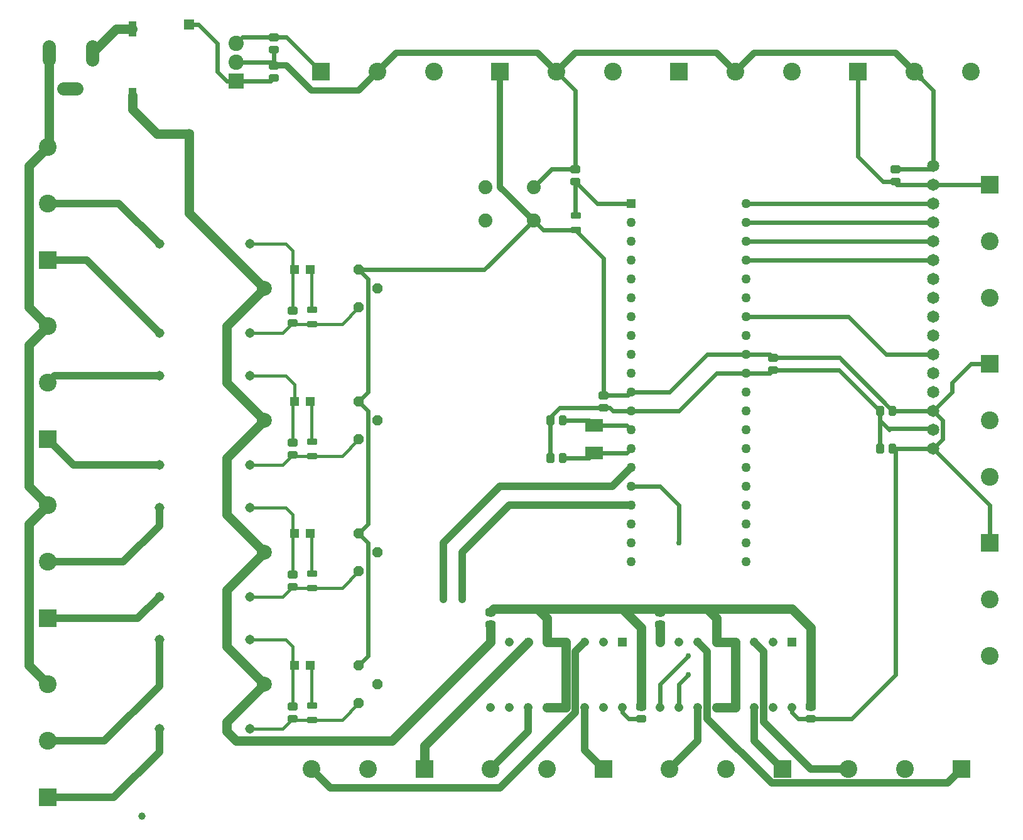
<source format=gbr>
G04 EAGLE Gerber RS-274X export*
G75*
%MOMM*%
%FSLAX34Y34*%
%LPD*%
%INTop Copper*%
%IPPOS*%
%AMOC8*
5,1,8,0,0,1.08239X$1,22.5*%
G01*
%ADD10C,0.504000*%
%ADD11R,1.358000X1.358000*%
%ADD12C,1.358000*%
%ADD13R,1.268000X1.268000*%
%ADD14C,1.268000*%
%ADD15R,2.055000X2.055000*%
%ADD16C,2.055000*%
%ADD17R,1.208000X1.208000*%
%ADD18C,1.208000*%
%ADD19C,1.800000*%
%ADD20C,2.010000*%
%ADD21C,1.308000*%
%ADD22R,1.200000X1.200000*%
%ADD23P,1.429621X8X22.500000*%
%ADD24C,0.443700*%
%ADD25R,1.092200X2.006600*%
%ADD26C,1.879600*%
%ADD27R,2.400000X2.400000*%
%ADD28C,2.400000*%
%ADD29R,2.400000X1.700000*%
%ADD30C,1.650000*%
%ADD31C,1.000000*%
%ADD32C,0.609600*%
%ADD33C,0.406400*%
%ADD34C,0.812800*%
%ADD35C,1.270000*%
%ADD36C,1.016000*%
%ADD37C,0.756400*%


D10*
X389320Y903270D02*
X389320Y908730D01*
X398080Y908730D01*
X398080Y903270D01*
X389320Y903270D01*
X389320Y908058D02*
X398080Y908058D01*
X398080Y920070D02*
X398080Y925530D01*
X398080Y920070D02*
X389320Y920070D01*
X389320Y925530D01*
X398080Y925530D01*
X398080Y924858D02*
X389320Y924858D01*
X414720Y400730D02*
X414720Y395270D01*
X414720Y400730D02*
X423480Y400730D01*
X423480Y395270D01*
X414720Y395270D01*
X414720Y400058D02*
X423480Y400058D01*
X423480Y412070D02*
X423480Y417530D01*
X423480Y412070D02*
X414720Y412070D01*
X414720Y417530D01*
X423480Y417530D01*
X423480Y416858D02*
X414720Y416858D01*
X1224870Y402020D02*
X1230330Y402020D01*
X1224870Y402020D02*
X1224870Y410780D01*
X1230330Y410780D01*
X1230330Y402020D01*
X1230330Y406808D02*
X1224870Y406808D01*
X1213530Y410780D02*
X1208070Y410780D01*
X1213530Y410780D02*
X1213530Y402020D01*
X1208070Y402020D01*
X1208070Y410780D01*
X1208070Y406808D02*
X1213530Y406808D01*
X1224870Y452820D02*
X1230330Y452820D01*
X1224870Y452820D02*
X1224870Y461580D01*
X1230330Y461580D01*
X1230330Y452820D01*
X1230330Y457608D02*
X1224870Y457608D01*
X1213530Y461580D02*
X1208070Y461580D01*
X1213530Y461580D02*
X1213530Y452820D01*
X1208070Y452820D01*
X1208070Y461580D01*
X1208070Y457608D02*
X1213530Y457608D01*
X414720Y222930D02*
X414720Y217470D01*
X414720Y222930D02*
X423480Y222930D01*
X423480Y217470D01*
X414720Y217470D01*
X414720Y222258D02*
X423480Y222258D01*
X423480Y234270D02*
X423480Y239730D01*
X423480Y234270D02*
X414720Y234270D01*
X414720Y239730D01*
X423480Y239730D01*
X423480Y239058D02*
X414720Y239058D01*
X1113220Y45130D02*
X1113220Y39670D01*
X1113220Y45130D02*
X1121980Y45130D01*
X1121980Y39670D01*
X1113220Y39670D01*
X1113220Y44458D02*
X1121980Y44458D01*
X1121980Y56470D02*
X1121980Y61930D01*
X1121980Y56470D02*
X1113220Y56470D01*
X1113220Y61930D01*
X1121980Y61930D01*
X1121980Y61258D02*
X1113220Y61258D01*
X893380Y61930D02*
X893380Y56470D01*
X884620Y56470D01*
X884620Y61930D01*
X893380Y61930D01*
X893380Y61258D02*
X884620Y61258D01*
X884620Y45130D02*
X884620Y39670D01*
X884620Y45130D02*
X893380Y45130D01*
X893380Y39670D01*
X884620Y39670D01*
X884620Y44458D02*
X893380Y44458D01*
X690180Y183470D02*
X690180Y188930D01*
X690180Y183470D02*
X681420Y183470D01*
X681420Y188930D01*
X690180Y188930D01*
X690180Y188258D02*
X681420Y188258D01*
X681420Y172130D02*
X681420Y166670D01*
X681420Y172130D02*
X690180Y172130D01*
X690180Y166670D01*
X681420Y166670D01*
X681420Y171458D02*
X690180Y171458D01*
X918780Y183470D02*
X918780Y188930D01*
X918780Y183470D02*
X910020Y183470D01*
X910020Y188930D01*
X918780Y188930D01*
X918780Y188258D02*
X910020Y188258D01*
X910020Y172130D02*
X910020Y166670D01*
X910020Y172130D02*
X918780Y172130D01*
X918780Y166670D01*
X910020Y166670D01*
X910020Y171458D02*
X918780Y171458D01*
X1227520Y763570D02*
X1227520Y769030D01*
X1236280Y769030D01*
X1236280Y763570D01*
X1227520Y763570D01*
X1227520Y768358D02*
X1236280Y768358D01*
X1236280Y780370D02*
X1236280Y785830D01*
X1236280Y780370D02*
X1227520Y780370D01*
X1227520Y785830D01*
X1236280Y785830D01*
X1236280Y785158D02*
X1227520Y785158D01*
X398080Y958170D02*
X398080Y963630D01*
X398080Y958170D02*
X389320Y958170D01*
X389320Y963630D01*
X398080Y963630D01*
X398080Y962958D02*
X389320Y962958D01*
X389320Y946830D02*
X389320Y941370D01*
X389320Y946830D02*
X398080Y946830D01*
X398080Y941370D01*
X389320Y941370D01*
X389320Y946158D02*
X398080Y946158D01*
X763570Y398080D02*
X769030Y398080D01*
X769030Y389320D01*
X763570Y389320D01*
X763570Y398080D01*
X763570Y394108D02*
X769030Y394108D01*
X780370Y389320D02*
X785830Y389320D01*
X780370Y389320D02*
X780370Y398080D01*
X785830Y398080D01*
X785830Y389320D01*
X785830Y394108D02*
X780370Y394108D01*
X769030Y448880D02*
X763570Y448880D01*
X769030Y448880D02*
X769030Y440120D01*
X763570Y440120D01*
X763570Y448880D01*
X763570Y444908D02*
X769030Y444908D01*
X780370Y440120D02*
X785830Y440120D01*
X780370Y440120D02*
X780370Y448880D01*
X785830Y448880D01*
X785830Y440120D01*
X785830Y444908D02*
X780370Y444908D01*
X804480Y780370D02*
X804480Y785830D01*
X804480Y780370D02*
X795720Y780370D01*
X795720Y785830D01*
X804480Y785830D01*
X804480Y785158D02*
X795720Y785158D01*
X795720Y769030D02*
X795720Y763570D01*
X795720Y769030D02*
X804480Y769030D01*
X804480Y763570D01*
X795720Y763570D01*
X795720Y768358D02*
X804480Y768358D01*
X1071180Y531830D02*
X1071180Y526370D01*
X1062420Y526370D01*
X1062420Y531830D01*
X1071180Y531830D01*
X1071180Y531158D02*
X1062420Y531158D01*
X1062420Y515030D02*
X1062420Y509570D01*
X1062420Y515030D02*
X1071180Y515030D01*
X1071180Y509570D01*
X1062420Y509570D01*
X1062420Y514358D02*
X1071180Y514358D01*
X842580Y481030D02*
X842580Y475570D01*
X833820Y475570D01*
X833820Y481030D01*
X842580Y481030D01*
X842580Y480358D02*
X833820Y480358D01*
X833820Y464230D02*
X833820Y458770D01*
X833820Y464230D02*
X842580Y464230D01*
X842580Y458770D01*
X833820Y458770D01*
X833820Y463558D02*
X842580Y463558D01*
X414720Y573070D02*
X414720Y578530D01*
X423480Y578530D01*
X423480Y573070D01*
X414720Y573070D01*
X414720Y577858D02*
X423480Y577858D01*
X423480Y589870D02*
X423480Y595330D01*
X423480Y589870D02*
X414720Y589870D01*
X414720Y595330D01*
X423480Y595330D01*
X423480Y594658D02*
X414720Y594658D01*
X414720Y45130D02*
X414720Y39670D01*
X414720Y45130D02*
X423480Y45130D01*
X423480Y39670D01*
X414720Y39670D01*
X414720Y44458D02*
X423480Y44458D01*
X423480Y56470D02*
X423480Y61930D01*
X423480Y56470D02*
X414720Y56470D01*
X414720Y61930D01*
X423480Y61930D01*
X423480Y61258D02*
X414720Y61258D01*
D11*
X279400Y977900D03*
D12*
X279400Y830900D03*
D13*
X875020Y736600D03*
D14*
X875020Y711200D03*
X875020Y685800D03*
X875020Y660400D03*
X875020Y635000D03*
X875020Y609600D03*
X875020Y584200D03*
X875020Y558800D03*
X875020Y533400D03*
X875020Y508000D03*
X875020Y482600D03*
X875020Y457200D03*
X875020Y431800D03*
X875020Y406400D03*
X875020Y381000D03*
X875020Y355600D03*
X875020Y330200D03*
X875020Y304800D03*
X875020Y279400D03*
X875020Y254000D03*
X1029980Y254000D03*
X1029980Y279400D03*
X1029980Y304800D03*
X1029980Y330200D03*
X1029980Y355600D03*
X1029980Y381000D03*
X1029980Y406400D03*
X1029980Y431800D03*
X1029980Y457200D03*
X1029980Y482600D03*
X1029980Y508000D03*
X1029980Y533400D03*
X1029980Y558800D03*
X1029980Y584200D03*
X1029980Y609600D03*
X1029980Y635000D03*
X1029980Y660400D03*
X1029980Y685800D03*
X1029980Y711200D03*
X1029980Y736600D03*
D15*
X342900Y901700D03*
D16*
X342900Y927050D03*
X342900Y952400D03*
D17*
X1092200Y145600D03*
D18*
X1066800Y145600D03*
X1041400Y145600D03*
X1016000Y145600D03*
X990600Y145600D03*
X965200Y145600D03*
X939800Y145600D03*
X914400Y145600D03*
X914400Y57600D03*
X939800Y57600D03*
X965200Y57600D03*
X990600Y57600D03*
X1016000Y57600D03*
X1041400Y57600D03*
X1066800Y57600D03*
X1092200Y57600D03*
D17*
X863600Y145600D03*
D18*
X838200Y145600D03*
X812800Y145600D03*
X787400Y145600D03*
X762000Y145600D03*
X736600Y145600D03*
X711200Y145600D03*
X685800Y145600D03*
X685800Y57600D03*
X711200Y57600D03*
X736600Y57600D03*
X762000Y57600D03*
X787400Y57600D03*
X812800Y57600D03*
X838200Y57600D03*
X863600Y57600D03*
D19*
X90700Y930800D02*
X90700Y948800D01*
X148700Y948800D02*
X148700Y930800D01*
X127700Y891800D02*
X109700Y891800D01*
D20*
X381000Y622300D03*
D21*
X361000Y562300D03*
X361000Y682300D03*
X239000Y562300D03*
X239000Y682300D03*
D20*
X381000Y88900D03*
D21*
X361000Y28900D03*
X361000Y148900D03*
X239000Y28900D03*
X239000Y148900D03*
D20*
X381000Y444500D03*
D21*
X361000Y384500D03*
X361000Y504500D03*
X239000Y384500D03*
X239000Y504500D03*
D20*
X381000Y266700D03*
D21*
X361000Y206700D03*
X361000Y326700D03*
X239000Y206700D03*
X239000Y326700D03*
D22*
X421300Y647700D03*
X442300Y647700D03*
X421300Y114300D03*
X442300Y114300D03*
X421300Y292100D03*
X442300Y292100D03*
X421300Y469900D03*
X442300Y469900D03*
D23*
X508000Y596900D03*
X533400Y622300D03*
X508000Y647700D03*
X508000Y63500D03*
X533400Y88900D03*
X508000Y114300D03*
X508000Y419100D03*
X533400Y444500D03*
X508000Y469900D03*
X508000Y241300D03*
X533400Y266700D03*
X508000Y292100D03*
D24*
X795218Y699318D02*
X795218Y703582D01*
X804982Y703582D01*
X804982Y699318D01*
X795218Y699318D01*
X795218Y703533D02*
X804982Y703533D01*
X804982Y718818D02*
X804982Y723082D01*
X804982Y718818D02*
X795218Y718818D01*
X795218Y723082D01*
X804982Y723082D01*
X804982Y723033D02*
X795218Y723033D01*
X449382Y596082D02*
X449382Y591818D01*
X439618Y591818D01*
X439618Y596082D01*
X449382Y596082D01*
X449382Y596033D02*
X439618Y596033D01*
X439618Y576582D02*
X439618Y572318D01*
X439618Y576582D02*
X449382Y576582D01*
X449382Y572318D01*
X439618Y572318D01*
X439618Y576533D02*
X449382Y576533D01*
X449382Y62682D02*
X449382Y58418D01*
X439618Y58418D01*
X439618Y62682D01*
X449382Y62682D01*
X449382Y62633D02*
X439618Y62633D01*
X439618Y43182D02*
X439618Y38918D01*
X439618Y43182D02*
X449382Y43182D01*
X449382Y38918D01*
X439618Y38918D01*
X439618Y43133D02*
X449382Y43133D01*
X449382Y236218D02*
X449382Y240482D01*
X449382Y236218D02*
X439618Y236218D01*
X439618Y240482D01*
X449382Y240482D01*
X449382Y240433D02*
X439618Y240433D01*
X439618Y220982D02*
X439618Y216718D01*
X439618Y220982D02*
X449382Y220982D01*
X449382Y216718D01*
X439618Y216718D01*
X439618Y220933D02*
X449382Y220933D01*
X449382Y414018D02*
X449382Y418282D01*
X449382Y414018D02*
X439618Y414018D01*
X439618Y418282D01*
X449382Y418282D01*
X449382Y418233D02*
X439618Y418233D01*
X439618Y398782D02*
X439618Y394518D01*
X439618Y398782D02*
X449382Y398782D01*
X449382Y394518D01*
X439618Y394518D01*
X439618Y398733D02*
X449382Y398733D01*
D25*
X203200Y882142D03*
X203200Y972058D03*
D26*
X743712Y713994D03*
X678688Y713994D03*
X743712Y759206D03*
X678688Y759206D03*
D27*
X1320800Y-25400D03*
D28*
X1244600Y-25400D03*
X1168400Y-25400D03*
D27*
X1079500Y-25400D03*
D28*
X1003300Y-25400D03*
X927100Y-25400D03*
D27*
X596900Y-25400D03*
D28*
X520700Y-25400D03*
X444500Y-25400D03*
D27*
X838200Y-25400D03*
D28*
X762000Y-25400D03*
X685800Y-25400D03*
D27*
X939800Y914400D03*
D28*
X1016000Y914400D03*
X1092200Y914400D03*
D27*
X698500Y914400D03*
D28*
X774700Y914400D03*
X850900Y914400D03*
D27*
X1181100Y914400D03*
D28*
X1257300Y914400D03*
X1333500Y914400D03*
D27*
X457200Y914400D03*
D28*
X533400Y914400D03*
X609600Y914400D03*
D27*
X88900Y177800D03*
D28*
X88900Y254000D03*
X88900Y330200D03*
D27*
X88900Y-63500D03*
D28*
X88900Y12700D03*
X88900Y88900D03*
D27*
X88900Y419100D03*
D28*
X88900Y495300D03*
X88900Y571500D03*
D27*
X88900Y660400D03*
D28*
X88900Y736600D03*
X88900Y812800D03*
D29*
X825500Y400600D03*
X825500Y437600D03*
D27*
X1358900Y762000D03*
D28*
X1358900Y685800D03*
X1358900Y609600D03*
D27*
X1358900Y520700D03*
D28*
X1358900Y444500D03*
X1358900Y368300D03*
D27*
X1358900Y279400D03*
D28*
X1358900Y203200D03*
X1358900Y127000D03*
D30*
X1282700Y406400D03*
X1282700Y431800D03*
X1282700Y457200D03*
X1282700Y482600D03*
X1282700Y508000D03*
X1282700Y533400D03*
X1282700Y558800D03*
X1282700Y584200D03*
X1282700Y609600D03*
X1282700Y635000D03*
X1282700Y660400D03*
X1282700Y685800D03*
X1282700Y711200D03*
X1282700Y736600D03*
X1282700Y762000D03*
X1282700Y787400D03*
D31*
X215900Y-88900D03*
D32*
X279400Y977900D02*
X292100Y977900D01*
X317500Y952500D01*
X317500Y914400D01*
X330200Y901700D01*
X342900Y901700D01*
X389400Y901700D02*
X393700Y906000D01*
X389400Y901700D02*
X342900Y901700D01*
X1029980Y584200D02*
X1168400Y584200D01*
X1219200Y533400D01*
X1282700Y533400D01*
D33*
X444500Y289900D02*
X442300Y292100D01*
X444500Y289900D02*
X444500Y238350D01*
D32*
X1210800Y406400D02*
X1210800Y444500D01*
X1210800Y457200D01*
X1062500Y508000D02*
X1029980Y508000D01*
X1062500Y508000D02*
X1066800Y512300D01*
X1155700Y512300D02*
X1210800Y457200D01*
X1155700Y512300D02*
X1066800Y512300D01*
X1221350Y433950D02*
X1223500Y431800D01*
X1221350Y433950D02*
X1210800Y444500D01*
X766300Y444500D02*
X766300Y393700D01*
X838200Y461500D02*
X846600Y461500D01*
X850900Y457200D01*
X875020Y457200D01*
X800100Y783100D02*
X767606Y783100D01*
X743712Y759206D01*
X393700Y922800D02*
X393700Y944100D01*
X389450Y927050D02*
X393700Y922800D01*
X389450Y927050D02*
X342900Y927050D01*
D34*
X1231900Y939800D02*
X1257300Y914400D01*
X1231900Y939800D02*
X1041400Y939800D01*
X1257300Y914400D02*
X1265300Y906400D01*
D33*
X419100Y112100D02*
X419100Y59200D01*
X419100Y112100D02*
X421300Y114300D01*
X419100Y237000D02*
X419100Y289900D01*
X421300Y292100D01*
X419100Y414800D02*
X419100Y467700D01*
X421300Y469900D01*
X421300Y493100D01*
X409900Y504500D02*
X361000Y504500D01*
X409900Y504500D02*
X421300Y493100D01*
X421300Y647700D02*
X420200Y648800D01*
X419100Y649900D01*
X419100Y673100D01*
X409900Y682300D01*
X361000Y682300D01*
X419100Y294300D02*
X421300Y292100D01*
X419100Y317500D02*
X409900Y326700D01*
X361000Y326700D01*
X419100Y317500D02*
X419100Y294300D01*
X419100Y116500D02*
X421300Y114300D01*
X419100Y116500D02*
X419100Y139700D01*
X409900Y148900D01*
X361000Y148900D01*
X419100Y592600D02*
X419100Y647700D01*
X420200Y648800D01*
D35*
X90700Y814600D02*
X90700Y939800D01*
X63500Y114300D02*
X88900Y88900D01*
X63500Y304800D02*
X88900Y330200D01*
X63500Y304800D02*
X63500Y114300D01*
X88900Y330200D02*
X63500Y355600D01*
X63500Y546100D02*
X88900Y571500D01*
X63500Y546100D02*
X63500Y355600D01*
X88900Y571500D02*
X63500Y596900D01*
X63500Y787400D02*
X88900Y812800D01*
X63500Y787400D02*
X63500Y596900D01*
X762000Y57600D02*
X787400Y57600D01*
X990600Y57600D02*
X1016000Y57600D01*
X787400Y145600D02*
X762000Y145600D01*
X990600Y145600D02*
X1016000Y145600D01*
X1016000Y57600D01*
X787400Y57600D02*
X787400Y145600D01*
X762000Y145600D02*
X762000Y177800D01*
X749300Y190500D01*
X990600Y177800D02*
X990600Y145600D01*
X990600Y177800D02*
X977900Y190500D01*
X918700Y190500D01*
X914400Y186200D01*
X749300Y190500D02*
X690100Y190500D01*
X685800Y186200D01*
X910100Y190500D02*
X914400Y186200D01*
X910100Y190500D02*
X863600Y190500D01*
X749300Y190500D01*
D32*
X990600Y508000D02*
X1029980Y508000D01*
X939800Y457200D02*
X875020Y457200D01*
X939800Y457200D02*
X990600Y508000D01*
X838200Y461500D02*
X779000Y461500D01*
X766300Y448800D02*
X766300Y444500D01*
X766300Y448800D02*
X779000Y461500D01*
X800100Y783100D02*
X800100Y889000D01*
X1231900Y783100D02*
X1278400Y783100D01*
D34*
X410700Y922800D02*
X393700Y922800D01*
X410700Y922800D02*
X444500Y889000D01*
X508000Y889000D01*
D35*
X889000Y165100D02*
X889000Y59200D01*
X889000Y165100D02*
X863600Y190500D01*
X1117600Y165100D02*
X1117600Y59200D01*
X1117600Y165100D02*
X1092200Y190500D01*
X977900Y190500D01*
X918700Y190500D02*
X910100Y190500D01*
D34*
X1016000Y914400D02*
X1041400Y939800D01*
X1016000Y914400D02*
X990600Y939800D01*
X800100Y939800D02*
X774700Y914400D01*
X800100Y939800D02*
X990600Y939800D01*
X774700Y914400D02*
X749300Y939800D01*
X558800Y939800D02*
X533400Y914400D01*
X558800Y939800D02*
X749300Y939800D01*
X533400Y914400D02*
X508000Y889000D01*
D32*
X774700Y914400D02*
X800100Y889000D01*
X1221350Y433950D02*
X1280550Y433950D01*
X1282700Y431800D01*
X1278400Y783100D02*
X1282700Y787400D01*
X1282700Y889000D02*
X1257300Y914400D01*
X1282700Y889000D02*
X1282700Y787400D01*
X825500Y437600D02*
X818600Y444500D01*
X783100Y444500D01*
X825500Y437600D02*
X869220Y437600D01*
X875020Y431800D01*
X875020Y406400D02*
X869220Y400600D01*
X825500Y400600D01*
X818600Y393700D01*
X783100Y393700D01*
X829800Y736600D02*
X875020Y736600D01*
X829800Y736600D02*
X800100Y766300D01*
X800100Y720950D01*
D35*
X279400Y830900D02*
X235900Y830900D01*
X203200Y863600D02*
X203200Y882142D01*
X203200Y863600D02*
X235900Y830900D01*
X279400Y723900D02*
X381000Y622300D01*
X279400Y723900D02*
X279400Y830900D01*
X381000Y622300D02*
X330200Y571500D01*
X330200Y495300D02*
X381000Y444500D01*
X330200Y495300D02*
X330200Y571500D01*
X381000Y444500D02*
X330200Y393700D01*
X330200Y317500D01*
X381000Y266700D01*
X330200Y215900D01*
X330200Y139700D02*
X381000Y88900D01*
X330200Y139700D02*
X330200Y215900D01*
X685800Y169400D02*
X685800Y145600D01*
X914400Y145600D02*
X914400Y169400D01*
X381000Y88900D02*
X330200Y38100D01*
X330200Y25400D01*
X342900Y12700D01*
X508000Y12700D01*
X520700Y12700D01*
X552900Y12700D01*
X685800Y145600D01*
D33*
X508000Y241300D02*
X485550Y218850D01*
X444500Y218850D01*
X420450Y218850D01*
X419100Y220200D01*
X405600Y206700D01*
X361000Y206700D01*
D36*
X239000Y206700D02*
X210100Y177800D01*
X88900Y177800D01*
X239000Y302500D02*
X239000Y326700D01*
X190500Y254000D02*
X88900Y254000D01*
X190500Y254000D02*
X239000Y302500D01*
D33*
X444500Y593950D02*
X444500Y645500D01*
X442300Y647700D01*
X508000Y596900D02*
X485550Y574450D01*
X444500Y574450D01*
X420450Y574450D01*
X419100Y575800D01*
X405600Y562300D01*
X361000Y562300D01*
X444500Y112100D02*
X444500Y60550D01*
X444500Y112100D02*
X442300Y114300D01*
X508000Y63500D02*
X485550Y41050D01*
X444500Y41050D01*
X420450Y41050D01*
X419100Y42400D01*
X405600Y28900D01*
X361000Y28900D01*
D36*
X239000Y28900D02*
X239000Y-2300D01*
X177800Y-63500D01*
X88900Y-63500D01*
X239000Y86600D02*
X239000Y148900D01*
X165100Y12700D02*
X88900Y12700D01*
X165100Y12700D02*
X239000Y86600D01*
D33*
X444500Y416150D02*
X444500Y469900D01*
X508000Y419100D02*
X485550Y396650D01*
X444500Y396650D01*
X420450Y396650D01*
X419100Y398000D01*
X405600Y384500D01*
X361000Y384500D01*
D36*
X239000Y562300D02*
X140900Y660400D01*
X88900Y660400D01*
X184700Y736600D02*
X239000Y682300D01*
X184700Y736600D02*
X88900Y736600D01*
X123500Y384500D02*
X239000Y384500D01*
X123500Y384500D02*
X88900Y419100D01*
X98100Y504500D02*
X239000Y504500D01*
X98100Y504500D02*
X88900Y495300D01*
X1041400Y57600D02*
X1041400Y25400D01*
X1041400Y12700D01*
X1079500Y-25400D01*
X965200Y12700D02*
X965200Y57600D01*
X965200Y12700D02*
X927100Y-25400D01*
X1062830Y-42070D02*
X1064765Y-44004D01*
X1302196Y-44004D02*
X1320800Y-25400D01*
X1302196Y-44004D02*
X1064765Y-44004D01*
X977900Y132900D02*
X965200Y145600D01*
X977900Y42861D02*
X1062830Y-42070D01*
X977900Y42861D02*
X977900Y132900D01*
X1041400Y145600D02*
X1054100Y132900D01*
X1054100Y38100D01*
X1117600Y-25400D01*
X1168400Y-25400D01*
X812800Y0D02*
X812800Y57600D01*
X812800Y0D02*
X838200Y-25400D01*
X736600Y25400D02*
X736600Y57600D01*
X736600Y25400D02*
X685800Y-25400D01*
X469900Y-50800D02*
X444500Y-25400D01*
X469900Y-50800D02*
X698500Y-50800D01*
X800100Y50800D01*
X800100Y132900D02*
X812800Y145600D01*
X800100Y132900D02*
X800100Y50800D01*
D35*
X596900Y5900D02*
X596900Y-25400D01*
X596900Y5900D02*
X736600Y145600D01*
D37*
X939800Y279400D03*
D32*
X914400Y355600D02*
X875020Y355600D01*
X914400Y355600D02*
X939800Y330200D01*
X939800Y279400D01*
X914400Y88900D02*
X914400Y57600D01*
X914400Y88900D02*
X952500Y127000D01*
D37*
X952500Y127000D03*
D32*
X939800Y88900D02*
X939800Y57600D01*
X939800Y88900D02*
X952500Y101600D01*
D37*
X952500Y101600D03*
D36*
X849620Y355600D02*
X875020Y381000D01*
X698500Y355600D02*
X622300Y279400D01*
X622300Y203200D01*
X698500Y355600D02*
X849620Y355600D01*
D37*
X622300Y203200D03*
D36*
X711200Y330200D02*
X875020Y330200D01*
X711200Y330200D02*
X647700Y266700D01*
X647700Y203200D01*
D37*
X647700Y203200D03*
D32*
X1029980Y736600D02*
X1282700Y736600D01*
X1282700Y711200D02*
X1029980Y711200D01*
X1029980Y685800D02*
X1282700Y685800D01*
X1282700Y660400D02*
X1029980Y660400D01*
D35*
X180958Y972058D02*
X148700Y939800D01*
X180958Y972058D02*
X203200Y972058D01*
D32*
X1029980Y533400D02*
X1062500Y533400D01*
X1066800Y529100D01*
X1220622Y464178D02*
X1227600Y457200D01*
X1220622Y464178D02*
X1220622Y464518D01*
X1156040Y529100D01*
X1066800Y529100D01*
X1232981Y762000D02*
X1231900Y766300D01*
X875020Y482600D02*
X870720Y478300D01*
X838200Y478300D01*
X800100Y701450D02*
X756256Y701450D01*
X743712Y713994D01*
X351400Y960900D02*
X342900Y952400D01*
X351400Y960900D02*
X393700Y960900D01*
X410700Y960900D01*
X457200Y914400D01*
X677418Y647700D02*
X743712Y713994D01*
X677418Y647700D02*
X508000Y647700D01*
X977900Y533400D02*
X1029980Y533400D01*
X927100Y482600D02*
X875020Y482600D01*
X927100Y482600D02*
X977900Y533400D01*
X838200Y663350D02*
X800100Y701450D01*
X838200Y663350D02*
X838200Y478300D01*
X520700Y127000D02*
X508000Y114300D01*
X520700Y279400D02*
X508000Y292100D01*
X520700Y279400D02*
X520700Y127000D01*
X508000Y292100D02*
X520700Y304800D01*
X520700Y457200D01*
X508000Y469900D01*
X520700Y482600D01*
X520700Y635000D01*
X508000Y647700D01*
D34*
X698500Y759206D02*
X743712Y713994D01*
X698500Y759206D02*
X698500Y914400D01*
D32*
X1214900Y766300D02*
X1231900Y766300D01*
X1181100Y800100D02*
X1181100Y914400D01*
X1181100Y800100D02*
X1214900Y766300D01*
X863600Y57600D02*
X863600Y50800D01*
X872000Y42400D01*
X889000Y42400D01*
X1100600Y42400D02*
X1117600Y42400D01*
X1100600Y42400D02*
X1092200Y50800D01*
X1092200Y57600D01*
X1117600Y42400D02*
X1172700Y42400D01*
X1231900Y101600D01*
X1231900Y402100D01*
X1227600Y406400D01*
X1282700Y406400D01*
X1282700Y457200D02*
X1227600Y457200D01*
X1282700Y406400D02*
X1295522Y419222D01*
X1295522Y444378D02*
X1282700Y457200D01*
X1295522Y444378D02*
X1295522Y419222D01*
X1282700Y762000D02*
X1236200Y762000D01*
X1231900Y766300D01*
X1282700Y762000D02*
X1358900Y762000D01*
X1308100Y482600D02*
X1282700Y457200D01*
X1308100Y482600D02*
X1308100Y495300D01*
X1333500Y520700D01*
X1358900Y520700D01*
X1282700Y406400D02*
X1358900Y330200D01*
X1358900Y279400D01*
M02*

</source>
